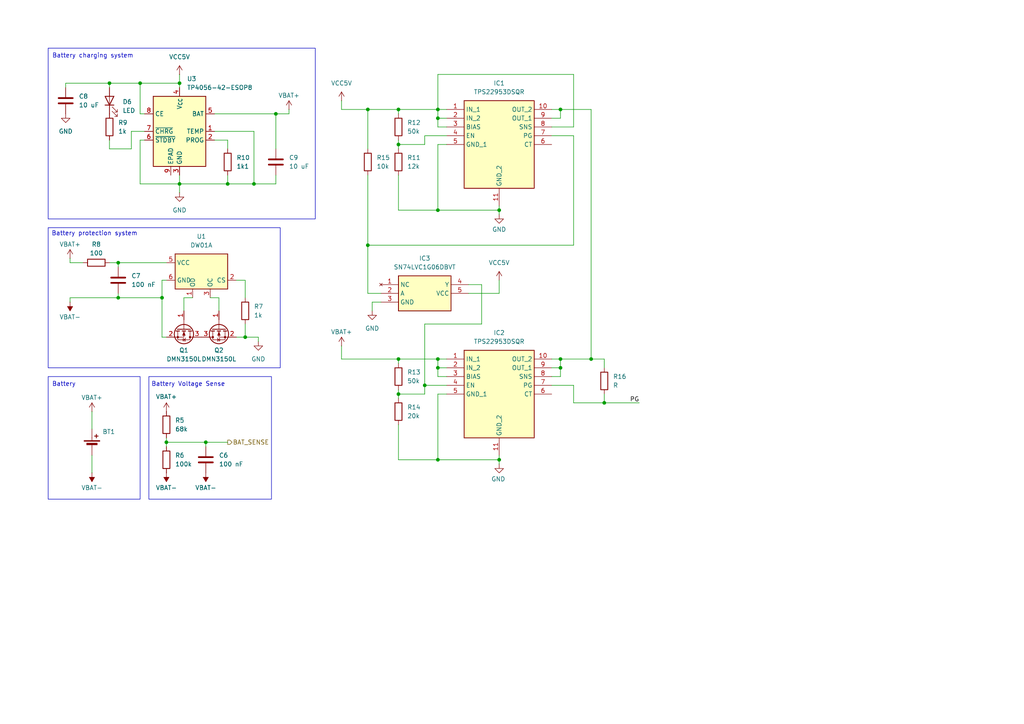
<source format=kicad_sch>
(kicad_sch (version 20250114) (generator "eeschema") (generator_version "9.0")
  (paper "A4")
  (title_block (title "ONYKS IoT ESP32 inv scanner") (date "Nov/Dec 2024") (rev "v1.0") (company "KN ONYKS") (comment 1 "Designer: Bartosz Mruk"))
  (lib_symbols
    (symbol "Battery_Management:DW01A"
      (property "Reference" "U" (at -6.604 6.35 0))
      (property "Value" "DW01A" (at 4.318 6.604 0))
      (symbol "DW01A_0_1"
        (pin power_in line (at -10.16 2.54 0) (length 2.54) (name "VCC") (number "5"))
        (pin power_in line (at -10.16 -2.54 0) (length 2.54) (name "GND") (number "6"))
        (pin output line (at -2.54 -7.62 90) (length 2.54) (name "OD") (number "1"))
        (pin output line (at 2.54 -7.62 90) (length 2.54) (name "OC") (number "3"))
        (pin input line (at 10.16 -2.54 180) (length 2.54) (name "CS") (number "2"))
      )
      (symbol "DW01A_1_1"
        (rectangle (start -7.62 5.08) (end 7.62 -5.08) (stroke (width 0.254)) (fill (type background)))
        (pin no_connect line (at 10.16 2.54 180) (length 2.54) (hide yes) (name "TD") (number "4"))
      )
    )
    (symbol "Battery_Management:TP4056-42-ESOP8"
      (property "Reference" "U" (at -6.604 11.684 0))
      (property "Value" "TP4056-42-ESOP8" (at 10.16 11.684 0))
      (symbol "TP4056-42-ESOP8_1_0"
        (pin input line (at -10.16 5.08 0) (length 2.54) (name "CE") (number "8"))
        (pin open_collector line (at -10.16 0 0) (length 2.54) (name "~{CHRG}") (number "7"))
        (pin open_collector line (at -10.16 -2.54 0) (length 2.54) (name "~{STDBY}") (number "6"))
        (pin passive line (at -2.54 -12.7 90) (length 2.54) (name "EPAD") (number "9"))
        (pin power_in line (at 0 12.7 270) (length 2.54) (name "V_{CC}") (number "4"))
        (pin power_in line (at 0 -12.7 90) (length 2.54) (name "GND") (number "3"))
        (pin power_out line (at 10.16 5.08 180) (length 2.54) (name "BAT") (number "5"))
        (pin input line (at 10.16 0 180) (length 2.54) (name "TEMP") (number "1"))
        (pin passive line (at 10.16 -2.54 180) (length 2.54) (name "PROG") (number "2"))
      )
      (symbol "TP4056-42-ESOP8_1_1"
        (rectangle (start -7.62 10.16) (end 7.62 -10.16) (stroke (width 0.254)) (fill (type background)))
      )
    )
    (symbol "Device:Battery_Cell" (pin_numbers (hide yes)) (pin_names (offset 0) (hide yes))
      (property "Reference" "BT" (at 2.54 2.54 0))
      (property "Value" "Battery_Cell" (at 2.54 0 0))
      (symbol "Battery_Cell_0_1"
        (rectangle (start -2.286 1.778) (end 2.286 1.524) (fill (type outline)))
        (rectangle (start -1.524 1.016) (end 1.524 0.508) (fill (type outline)))
        (polyline (pts (xy 0 1.778) (xy 0 2.54)))
        (polyline (pts (xy 0 0.762) (xy 0 0)))
        (polyline (pts (xy 0.762 3.048) (xy 1.778 3.048)) (stroke (width 0.254)))
        (polyline (pts (xy 1.27 3.556) (xy 1.27 2.54)) (stroke (width 0.254)))
      )
      (symbol "Battery_Cell_1_1"
        (pin passive line (at 0 5.08 270) (length 2.54) (name "+") (number "1"))
        (pin passive line (at 0 -2.54 90) (length 2.54) (name "-") (number "2"))
      )
    )
    (symbol "Device:C" (pin_numbers (hide yes)) (pin_names (offset 0.254))
      (property "Reference" "C" (at 0.635 2.54 0))
      (property "Value" "C" (at 0.635 -2.54 0))
      (symbol "C_0_1"
        (polyline (pts (xy -2.032 0.762) (xy 2.032 0.762)) (stroke (width 0.508)))
        (polyline (pts (xy -2.032 -0.762) (xy 2.032 -0.762)) (stroke (width 0.508)))
      )
      (symbol "C_1_1"
        (pin passive line (at 0 3.81 270) (length 2.794) (name "~") (number "1"))
        (pin passive line (at 0 -3.81 90) (length 2.794) (name "~") (number "2"))
      )
    )
    (symbol "Device:LED" (pin_numbers (hide yes)) (pin_names (offset 1.016) (hide yes))
      (property "Reference" "D" (at 0 2.54 0))
      (property "Value" "LED" (at 0 -2.54 0))
      (symbol "LED_0_1"
        (polyline (pts (xy -3.048 -0.762) (xy -4.572 -2.286) (xy -3.81 -2.286) (xy -4.572 -2.286) (xy -4.572 -1.524)))
        (polyline (pts (xy -1.778 -0.762) (xy -3.302 -2.286) (xy -2.54 -2.286) (xy -3.302 -2.286) (xy -3.302 -1.524)))
        (polyline (pts (xy -1.27 0) (xy 1.27 0)))
        (polyline (pts (xy -1.27 -1.27) (xy -1.27 1.27)) (stroke (width 0.254)))
        (polyline (pts (xy 1.27 -1.27) (xy 1.27 1.27) (xy -1.27 0) (xy 1.27 -1.27)) (stroke (width 0.254)))
      )
      (symbol "LED_1_1"
        (pin passive line (at -3.81 0 0) (length 2.54) (name "K") (number "1"))
        (pin passive line (at 3.81 0 180) (length 2.54) (name "A") (number "2"))
      )
    )
    (symbol "Device:R" (pin_numbers (hide yes)) (pin_names (offset 0))
      (property "Reference" "R" (at 2.032 0 90))
      (property "Value" "R" (at 0 0 90))
      (symbol "R_0_1"
        (rectangle (start -1.016 -2.54) (end 1.016 2.54) (stroke (width 0.254)))
      )
      (symbol "R_1_1"
        (pin passive line (at 0 3.81 270) (length 1.27) (name "~") (number "1"))
        (pin passive line (at 0 -3.81 90) (length 1.27) (name "~") (number "2"))
      )
    )
    (symbol "Samacsys:SN74LVC1G06DBVT"
      (property "Reference" "IC" (at 21.59 7.62 0))
      (property "Value" "SN74LVC1G06DBVT" (at 21.59 5.08 0))
      (symbol "SN74LVC1G06DBVT_1_1"
        (rectangle (start 5.08 2.54) (end 20.32 -7.62) (stroke (width 0.254)) (fill (type background)))
        (pin no_connect line (at 0 0 0) (length 5.08) (name "NC") (number "1"))
        (pin passive line (at 0 -2.54 0) (length 5.08) (name "A") (number "2"))
        (pin passive line (at 0 -5.08 0) (length 5.08) (name "GND") (number "3"))
        (pin passive line (at 25.4 0 180) (length 5.08) (name "Y") (number "4"))
        (pin passive line (at 25.4 -2.54 180) (length 5.08) (name "VCC") (number "5"))
      )
    )
    (symbol "Samacsys:TPS22953DSQR"
      (property "Reference" "IC" (at 26.67 7.62 0))
      (property "Value" "TPS22953DSQR" (at 26.67 5.08 0))
      (symbol "TPS22953DSQR_1_1"
        (rectangle (start 5.08 2.54) (end 25.4 -22.86) (stroke (width 0.254)) (fill (type background)))
        (pin passive line (at 0 0 0) (length 5.08) (name "IN_1") (number "1"))
        (pin passive line (at 0 -2.54 0) (length 5.08) (name "IN_2") (number "2"))
        (pin passive line (at 0 -5.08 0) (length 5.08) (name "BIAS") (number "3"))
        (pin passive line (at 0 -7.62 0) (length 5.08) (name "EN") (number "4"))
        (pin passive line (at 0 -10.16 0) (length 5.08) (name "GND_1") (number "5"))
        (pin passive line (at 15.24 -27.94 90) (length 5.08) (name "GND_2") (number "11"))
        (pin passive line (at 30.48 0 180) (length 5.08) (name "OUT_2") (number "10"))
        (pin passive line (at 30.48 -2.54 180) (length 5.08) (name "OUT_1") (number "9"))
        (pin passive line (at 30.48 -5.08 180) (length 5.08) (name "SNS") (number "8"))
        (pin passive line (at 30.48 -7.62 180) (length 5.08) (name "PG") (number "7"))
        (pin passive line (at 30.48 -10.16 180) (length 5.08) (name "CT") (number "6"))
      )
    )
    (symbol "Transistor_FET:DMN3150L" (pin_names (hide yes))
      (property "Reference" "Q" (at 5.08 1.905 0))
      (property "Value" "DMN3150L" (at 5.08 0 0))
      (symbol "DMN3150L_0_1"
        (polyline (pts (xy 0.254 1.905) (xy 0.254 -1.905)) (stroke (width 0.254)))
        (polyline (pts (xy 0.254 0) (xy -2.54 0)))
        (polyline (pts (xy 0.762 2.286) (xy 0.762 1.27)) (stroke (width 0.254)))
        (polyline (pts (xy 0.762 0.508) (xy 0.762 -0.508)) (stroke (width 0.254)))
        (polyline (pts (xy 0.762 -1.27) (xy 0.762 -2.286)) (stroke (width 0.254)))
        (polyline (pts (xy 0.762 -1.778) (xy 3.302 -1.778) (xy 3.302 1.778) (xy 0.762 1.778)))
        (polyline (pts (xy 1.016 0) (xy 2.032 0.381) (xy 2.032 -0.381) (xy 1.016 0)) (fill (type outline)))
        (circle (center 1.651 0) (radius 2.794) (stroke (width 0.254)))
        (polyline (pts (xy 2.54 2.54) (xy 2.54 1.778)))
        (circle (center 2.54 1.778) (radius 0.254) (fill (type outline)))
        (circle (center 2.54 -1.778) (radius 0.254) (fill (type outline)))
        (polyline (pts (xy 2.54 -2.54) (xy 2.54 0) (xy 0.762 0)))
        (polyline (pts (xy 2.794 0.508) (xy 2.921 0.381) (xy 3.683 0.381) (xy 3.81 0.254)))
        (polyline (pts (xy 3.302 0.381) (xy 2.921 -0.254) (xy 3.683 -0.254) (xy 3.302 0.381)))
      )
      (symbol "DMN3150L_1_1"
        (pin input line (at -5.08 0 0) (length 2.54) (name "G") (number "1"))
        (pin passive line (at 2.54 5.08 270) (length 2.54) (name "D") (number "3"))
        (pin passive line (at 2.54 -5.08 90) (length 2.54) (name "S") (number "2"))
      )
    )
    (symbol "power:GND" (power) (pin_numbers (hide yes)) (pin_names (offset 0) (hide yes))
      (property "Value" "GND" (at 0 -3.81 0))
      (symbol "GND_0_1"
        (polyline (pts (xy 0 0) (xy 0 -1.27) (xy 1.27 -1.27) (xy 0 -2.54) (xy -1.27 -1.27) (xy 0 -1.27)))
      )
      (symbol "GND_1_1"
        (pin power_in line (at 0 0 270) (length 0) (name "~") (number "1"))
      )
    )
    (symbol "power:VCC" (power) (pin_numbers (hide yes)) (pin_names (offset 0) (hide yes))
      (property "Value" "VCC" (at 0 3.556 0))
      (symbol "VCC_0_1"
        (polyline (pts (xy -0.762 1.27) (xy 0 2.54)))
        (polyline (pts (xy 0 2.54) (xy 0.762 1.27)))
        (polyline (pts (xy 0 0) (xy 0 2.54)))
      )
      (symbol "VCC_1_1"
        (pin power_in line (at 0 0 90) (length 0) (name "~") (number "1"))
      )
    )
    (symbol "power:VEE" (power) (pin_numbers (hide yes)) (pin_names (offset 0) (hide yes))
      (property "Value" "VEE" (at 0 3.556 0))
      (symbol "VEE_0_1"
        (polyline (pts (xy 0 0) (xy 0 2.54)))
        (polyline (pts (xy 0.762 1.27) (xy -0.762 1.27) (xy 0 2.54) (xy 0.762 1.27)) (fill (type outline)))
      )
      (symbol "VEE_1_1"
        (pin power_in line (at 0 0 90) (length 0) (name "~") (number "1"))
      )
    )
  )
  (rectangle (start 13.97 66.04) (end 81.28 106.68))
  (rectangle (start 13.97 13.97) (end 91.44 63.5))
  (rectangle (start 43.18 109.22) (end 78.74 144.78))
  (rectangle (start 13.97 109.22) (end 40.64 144.78))
  (text "Battery protection system" (at 27.432 67.818 0) (effects (font (size 1.27 1.27))))
  (text "Battery Voltage Sense" (at 54.61 111.506 0) (effects (font (size 1.27 1.27))))
  (text "Battery" (at 18.542 111.506 0) (effects (font (size 1.27 1.27))))
  (text "Battery charging system" (at 26.924 16.256 0) (effects (font (size 1.27 1.27))))
  (junction (at 40.64 24.13))
  (junction (at 66.04 53.34))
  (junction (at 34.29 86.36))
  (junction (at 31.75 24.13))
  (junction (at 80.01 33.02))
  (junction (at 106.68 31.75))
  (junction (at 115.57 41.91))
  (junction (at 127 133.35))
  (junction (at 175.26 116.84))
  (junction (at 73.66 53.34))
  (junction (at 162.56 106.68))
  (junction (at 171.45 104.14))
  (junction (at 71.12 97.79))
  (junction (at 127 104.14))
  (junction (at 46.99 86.36))
  (junction (at 34.29 76.2))
  (junction (at 123.19 111.76))
  (junction (at 59.69 128.27))
  (junction (at 115.57 31.75))
  (junction (at 48.26 128.27))
  (junction (at 127 31.75))
  (junction (at 52.07 24.13))
  (junction (at 127 34.29))
  (junction (at 115.57 104.14))
  (junction (at 127 60.96))
  (junction (at 144.78 133.35))
  (junction (at 162.56 31.75))
  (junction (at 127 106.68))
  (junction (at 115.57 114.3))
  (junction (at 106.68 71.12))
  (junction (at 52.07 53.34))
  (junction (at 162.56 104.14))
  (junction (at 144.78 60.96))
  (wire (pts (xy 127 106.68) (xy 127 109.22)))
  (wire (pts (xy 52.07 50.8) (xy 52.07 53.34)))
  (wire (pts (xy 26.67 119.38) (xy 26.67 124.46)))
  (wire (pts (xy 166.37 21.59) (xy 127 21.59)))
  (wire (pts (xy 175.26 104.14) (xy 171.45 104.14)))
  (wire (pts (xy 123.19 114.3) (xy 115.57 114.3)))
  (wire (pts (xy 62.23 33.02) (xy 80.01 33.02)))
  (wire (pts (xy 175.26 116.84) (xy 175.26 114.3)))
  (wire (pts (xy 41.91 33.02) (xy 40.64 33.02)))
  (wire (pts (xy 110.49 87.63) (xy 107.95 87.63)))
  (wire (pts (xy 160.02 39.37) (xy 166.37 39.37)))
  (wire (pts (xy 115.57 41.91) (xy 115.57 43.18)))
  (wire (pts (xy 115.57 31.75) (xy 127 31.75)))
  (wire (pts (xy 171.45 31.75) (xy 162.56 31.75)))
  (wire (pts (xy 41.91 40.64) (xy 40.64 40.64)))
  (wire (pts (xy 48.26 128.27) (xy 48.26 129.54)))
  (wire (pts (xy 106.68 71.12) (xy 106.68 50.8)))
  (wire (pts (xy 115.57 31.75) (xy 115.57 33.02)))
  (wire (pts (xy 31.75 76.2) (xy 34.29 76.2)))
  (wire (pts (xy 34.29 77.47) (xy 34.29 76.2)))
  (wire (pts (xy 66.04 43.18) (xy 66.04 40.64)))
  (wire (pts (xy 48.26 81.28) (xy 46.99 81.28)))
  (wire (pts (xy 38.1 43.18) (xy 31.75 43.18)))
  (wire (pts (xy 127 31.75) (xy 127 34.29)))
  (wire (pts (xy 80.01 43.18) (xy 80.01 33.02)))
  (wire (pts (xy 26.67 132.08) (xy 26.67 137.16)))
  (wire (pts (xy 115.57 104.14) (xy 127 104.14)))
  (wire (pts (xy 115.57 113.03) (xy 115.57 114.3)))
  (wire (pts (xy 144.78 60.96) (xy 144.78 62.23)))
  (wire (pts (xy 19.05 25.4) (xy 19.05 24.13)))
  (wire (pts (xy 127 106.68) (xy 129.54 106.68)))
  (wire (pts (xy 115.57 40.64) (xy 115.57 41.91)))
  (wire (pts (xy 123.19 39.37) (xy 123.19 41.91)))
  (wire (pts (xy 115.57 123.19) (xy 115.57 133.35)))
  (wire (pts (xy 135.89 85.09) (xy 144.78 85.09)))
  (wire (pts (xy 160.02 111.76) (xy 166.37 111.76)))
  (wire (pts (xy 127 34.29) (xy 127 36.83)))
  (wire (pts (xy 59.69 129.54) (xy 59.69 128.27)))
  (wire (pts (xy 162.56 104.14) (xy 160.02 104.14)))
  (wire (pts (xy 73.66 38.1) (xy 73.66 53.34)))
  (wire (pts (xy 71.12 86.36) (xy 71.12 81.28)))
  (wire (pts (xy 38.1 38.1) (xy 38.1 43.18)))
  (wire (pts (xy 175.26 116.84) (xy 185.42 116.84)))
  (wire (pts (xy 115.57 60.96) (xy 127 60.96)))
  (wire (pts (xy 144.78 132.08) (xy 144.78 133.35)))
  (wire (pts (xy 160.02 109.22) (xy 162.56 109.22)))
  (wire (pts (xy 59.69 128.27) (xy 66.04 128.27)))
  (wire (pts (xy 31.75 24.13) (xy 31.75 25.4)))
  (wire (pts (xy 127 109.22) (xy 129.54 109.22)))
  (wire (pts (xy 20.32 86.36) (xy 34.29 86.36)))
  (wire (pts (xy 166.37 71.12) (xy 106.68 71.12)))
  (wire (pts (xy 53.34 90.17) (xy 53.34 86.36)))
  (wire (pts (xy 139.7 82.55) (xy 139.7 93.98)))
  (wire (pts (xy 34.29 76.2) (xy 48.26 76.2)))
  (wire (pts (xy 166.37 39.37) (xy 166.37 71.12)))
  (wire (pts (xy 115.57 133.35) (xy 127 133.35)))
  (wire (pts (xy 74.93 97.79) (xy 74.93 99.06)))
  (wire (pts (xy 127 114.3) (xy 127 133.35)))
  (wire (pts (xy 80.01 50.8) (xy 80.01 53.34)))
  (wire (pts (xy 127 21.59) (xy 127 31.75)))
  (wire (pts (xy 115.57 50.8) (xy 115.57 60.96)))
  (wire (pts (xy 63.5 86.36) (xy 60.96 86.36)))
  (wire (pts (xy 83.82 31.75) (xy 83.82 33.02)))
  (wire (pts (xy 80.01 33.02) (xy 83.82 33.02)))
  (wire (pts (xy 19.05 24.13) (xy 31.75 24.13)))
  (wire (pts (xy 31.75 43.18) (xy 31.75 40.64)))
  (wire (pts (xy 66.04 50.8) (xy 66.04 53.34)))
  (wire (pts (xy 99.06 100.33) (xy 99.06 104.14)))
  (wire (pts (xy 110.49 85.09) (xy 106.68 85.09)))
  (wire (pts (xy 115.57 104.14) (xy 115.57 105.41)))
  (wire (pts (xy 166.37 111.76) (xy 166.37 116.84)))
  (wire (pts (xy 20.32 87.63) (xy 20.32 86.36)))
  (wire (pts (xy 144.78 59.69) (xy 144.78 60.96)))
  (wire (pts (xy 162.56 34.29) (xy 162.56 31.75)))
  (wire (pts (xy 73.66 53.34) (xy 66.04 53.34)))
  (wire (pts (xy 34.29 86.36) (xy 34.29 85.09)))
  (wire (pts (xy 106.68 31.75) (xy 106.68 43.18)))
  (wire (pts (xy 162.56 104.14) (xy 171.45 104.14)))
  (wire (pts (xy 129.54 31.75) (xy 127 31.75)))
  (wire (pts (xy 40.64 40.64) (xy 40.64 53.34)))
  (wire (pts (xy 162.56 109.22) (xy 162.56 106.68)))
  (wire (pts (xy 40.64 24.13) (xy 40.64 33.02)))
  (wire (pts (xy 46.99 86.36) (xy 34.29 86.36)))
  (wire (pts (xy 71.12 97.79) (xy 68.58 97.79)))
  (wire (pts (xy 46.99 97.79) (xy 46.99 86.36)))
  (wire (pts (xy 106.68 31.75) (xy 115.57 31.75)))
  (wire (pts (xy 160.02 31.75) (xy 162.56 31.75)))
  (wire (pts (xy 129.54 104.14) (xy 127 104.14)))
  (wire (pts (xy 127 133.35) (xy 144.78 133.35)))
  (wire (pts (xy 123.19 41.91) (xy 115.57 41.91)))
  (wire (pts (xy 135.89 82.55) (xy 139.7 82.55)))
  (wire (pts (xy 123.19 93.98) (xy 123.19 111.76)))
  (wire (pts (xy 48.26 97.79) (xy 46.99 97.79)))
  (wire (pts (xy 129.54 41.91) (xy 127 41.91)))
  (wire (pts (xy 41.91 38.1) (xy 38.1 38.1)))
  (wire (pts (xy 160.02 34.29) (xy 162.56 34.29)))
  (wire (pts (xy 40.64 24.13) (xy 52.07 24.13)))
  (wire (pts (xy 71.12 81.28) (xy 68.58 81.28)))
  (wire (pts (xy 24.13 76.2) (xy 20.32 76.2)))
  (wire (pts (xy 20.32 76.2) (xy 20.32 74.93)))
  (wire (pts (xy 166.37 36.83) (xy 166.37 21.59)))
  (wire (pts (xy 40.64 53.34) (xy 52.07 53.34)))
  (wire (pts (xy 127 60.96) (xy 144.78 60.96)))
  (wire (pts (xy 31.75 24.13) (xy 40.64 24.13)))
  (wire (pts (xy 53.34 86.36) (xy 55.88 86.36)))
  (wire (pts (xy 171.45 104.14) (xy 171.45 31.75)))
  (wire (pts (xy 66.04 40.64) (xy 62.23 40.64)))
  (wire (pts (xy 99.06 29.21) (xy 99.06 31.75)))
  (wire (pts (xy 127 104.14) (xy 127 106.68)))
  (wire (pts (xy 52.07 53.34) (xy 52.07 55.88)))
  (wire (pts (xy 52.07 53.34) (xy 66.04 53.34)))
  (wire (pts (xy 46.99 81.28) (xy 46.99 86.36)))
  (wire (pts (xy 62.23 38.1) (xy 73.66 38.1)))
  (wire (pts (xy 162.56 106.68) (xy 162.56 104.14)))
  (wire (pts (xy 166.37 116.84) (xy 175.26 116.84)))
  (wire (pts (xy 106.68 85.09) (xy 106.68 71.12)))
  (wire (pts (xy 139.7 93.98) (xy 123.19 93.98)))
  (wire (pts (xy 129.54 111.76) (xy 123.19 111.76)))
  (wire (pts (xy 123.19 111.76) (xy 123.19 114.3)))
  (wire (pts (xy 52.07 21.59) (xy 52.07 24.13)))
  (wire (pts (xy 127 36.83) (xy 129.54 36.83)))
  (wire (pts (xy 48.26 127) (xy 48.26 128.27)))
  (wire (pts (xy 80.01 53.34) (xy 73.66 53.34)))
  (wire (pts (xy 71.12 97.79) (xy 74.93 97.79)))
  (wire (pts (xy 127 34.29) (xy 129.54 34.29)))
  (wire (pts (xy 160.02 36.83) (xy 166.37 36.83)))
  (wire (pts (xy 127 41.91) (xy 127 60.96)))
  (wire (pts (xy 71.12 93.98) (xy 71.12 97.79)))
  (wire (pts (xy 160.02 106.68) (xy 162.56 106.68)))
  (wire (pts (xy 48.26 128.27) (xy 59.69 128.27)))
  (wire (pts (xy 52.07 24.13) (xy 52.07 25.4)))
  (wire (pts (xy 115.57 114.3) (xy 115.57 115.57)))
  (wire (pts (xy 99.06 104.14) (xy 115.57 104.14)))
  (wire (pts (xy 107.95 87.63) (xy 107.95 90.17)))
  (wire (pts (xy 99.06 31.75) (xy 106.68 31.75)))
  (wire (pts (xy 129.54 114.3) (xy 127 114.3)))
  (wire (pts (xy 144.78 85.09) (xy 144.78 81.28)))
  (wire (pts (xy 63.5 90.17) (xy 63.5 86.36)))
  (wire (pts (xy 144.78 133.35) (xy 144.78 134.62)))
  (wire (pts (xy 129.54 39.37) (xy 123.19 39.37)))
  (wire (pts (xy 175.26 106.68) (xy 175.26 104.14)))
  (label "PG" (at 185.42 116.84 180))
  (hierarchical_label "BAT_SENSE" (shape output) (at 66.04 128.27 0))
  (symbol (lib_id "Samacsys:SN74LVC1G06DBVT") (at 110.49 82.55 0) (unit 1)
    (property "Reference" "IC3" (at 123.19 74.93 0))
    (property "Value" "SN74LVC1G06DBVT" (at 123.19 77.47 0))
    (property "Footprint" "Samacsys:SOT95P280X145-5N" (effects (hide yes)))
    (property "Datasheet" "http://www.ti.com/lit/gpn/SN74LVC1G06" (effects (hide yes)))
    (property "Description" "Texas Instruments SN74LVC1G06DBVT Buffer & Line Driver, Open Drain, Inverting, 1.65-5.5V, 5-Pin SOT-23" (effects (hide yes)))
    (property "Height" "1.45" (effects (hide yes)))
    (property "Mouser Part Number" "595-SN74LVC1G06DBVT" (effects (hide yes)))
    (property "Mouser Price/Stock" "https://www.mouser.co.uk/ProductDetail/Texas-Instruments/SN74LVC1G06DBVT?qs=pajgIaoyDUhLHWFg0A3vzA%3D%3D" (effects (hide yes)))
    (property "Manufacturer_Name" "Texas Instruments" (effects (hide yes)))
    (property "Manufacturer_Part_Number" "SN74LVC1G06DBVT" (effects (hide yes)))
  )
  (symbol (lib_id "Device:R") (at 115.57 109.22 0) (unit 1)
    (property "Reference" "R13" (at 118.11 107.9499 0) (effects (justify left)))
    (property "Value" "50k" (at 118.11 110.4899 0) (effects (justify left)))
    (property "Description" "Resistor" (effects (hide yes)))
  )
  (symbol (lib_id "power:VCC") (at 144.78 81.28 0) (unit 1)
    (property "Reference" "#PWR031" (effects (hide yes)))
    (property "Value" "VCC5V" (at 144.78 76.2 0))
    (property "Description" "Power symbol creates a global label with name \"VCC\"" (effects (hide yes)))
  )
  (symbol (lib_id "power:GND") (at 144.78 134.62 0) (unit 1)
    (property "Reference" "#PWR026" (effects (hide yes)))
    (property "Value" "GND" (at 144.526 138.938 0))
    (property "Description" "Power symbol creates a global label with name \"GND\" , ground" (effects (hide yes)))
  )
  (symbol (lib_id "power:VCC") (at 26.67 119.38 0) (unit 1)
    (property "Reference" "#PWR015" (effects (hide yes)))
    (property "Value" "VBAT+" (at 26.67 115.316 0))
    (property "Description" "Power symbol creates a global label with name \"VCC\"" (effects (hide yes)))
  )
  (symbol (lib_id "Samacsys:TPS22953DSQR") (at 129.54 31.75 0) (unit 1)
    (property "Reference" "IC1" (at 144.78 24.13 0))
    (property "Value" "TPS22953DSQR" (at 144.78 26.67 0))
    (property "Footprint" "Samacsys:SON40P200X200X80-11N" (effects (hide yes)))
    (property "Datasheet" "http://www.ti.com/lit/gpn/tps22953" (effects (hide yes)))
    (property "Description" "5.7V, 5A, 14m Load Switch with Voltage Monitoring and Reverse Current Protection" (effects (hide yes)))
    (property "Height" "0.8" (effects (hide yes)))
    (property "Mouser Part Number" "595-TPS22953DSQR" (effects (hide yes)))
    (property "Mouser Price/Stock" "https://www.mouser.co.uk/ProductDetail/Texas-Instruments/TPS22953DSQR?qs=lGsJEpdjMw3By0yQoF%252B7vQ%3D%3D" (effects (hide yes)))
    (property "Manufacturer_Name" "Texas Instruments" (effects (hide yes)))
    (property "Manufacturer_Part_Number" "TPS22953DSQR" (effects (hide yes)))
  )
  (symbol (lib_id "power:VCC") (at 20.32 74.93 0) (unit 1)
    (property "Reference" "#PWR020" (effects (hide yes)))
    (property "Value" "VBAT+" (at 20.32 70.866 0))
    (property "Description" "Power symbol creates a global label with name \"VCC\"" (effects (hide yes)))
  )
  (symbol (lib_id "Device:R") (at 106.68 46.99 0) (unit 1)
    (property "Reference" "R15" (at 109.22 45.7199 0) (effects (justify left)))
    (property "Value" "10k" (at 109.22 48.2599 0) (effects (justify left)))
    (property "Description" "Resistor" (effects (hide yes)))
  )
  (symbol (lib_id "Transistor_FET:DMN3150L") (at 53.34 95.25 270) (unit 1)
    (property "Reference" "Q1" (at 53.34 101.6 90))
    (property "Value" "DMN3150L" (at 53.34 104.14 90))
    (property "Footprint" "Package_TO_SOT_SMD:SOT-23" (effects (hide yes)))
    (property "Datasheet" "http://www.diodes.com/assets/Datasheets/ds31126.pdf" (effects (hide yes)))
    (property "Description" "3.8A Id, 30V Vds, N-Channel MOSFET, SOT-23" (effects (hide yes)))
  )
  (symbol (lib_id "power:VCC") (at 83.82 31.75 0) (unit 1)
    (property "Reference" "#PWR025" (effects (hide yes)))
    (property "Value" "VBAT+" (at 83.82 27.686 0))
    (property "Description" "Power symbol creates a global label with name \"VCC\"" (effects (hide yes)))
  )
  (symbol (lib_id "power:GND") (at 74.93 99.06 0) (unit 1)
    (property "Reference" "#PWR019" (effects (hide yes)))
    (property "Value" "GND" (at 74.93 104.14 0))
    (property "Description" "Power symbol creates a global label with name \"GND\" , ground" (effects (hide yes)))
  )
  (symbol (lib_id "power:GND") (at 19.05 33.02 0) (unit 1)
    (property "Reference" "#PWR023" (effects (hide yes)))
    (property "Value" "GND" (at 19.05 38.1 0))
    (property "Description" "Power symbol creates a global label with name \"GND\" , ground" (effects (hide yes)))
  )
  (symbol (lib_id "Device:R") (at 115.57 119.38 0) (unit 1)
    (property "Reference" "R14" (at 118.11 118.1099 0) (effects (justify left)))
    (property "Value" "20k" (at 118.11 120.6499 0) (effects (justify left)))
    (property "Description" "Resistor" (effects (hide yes)))
  )
  (symbol (lib_id "Device:R") (at 48.26 133.35 0) (unit 1)
    (property "Reference" "R6" (at 50.8 132.0799 0) (effects (justify left)))
    (property "Value" "100k" (at 50.8 134.6199 0) (effects (justify left)))
    (property "Description" "Resistor" (effects (hide yes)))
  )
  (symbol (lib_id "power:VCC") (at 99.06 29.21 0) (unit 1)
    (property "Reference" "#PWR028" (effects (hide yes)))
    (property "Value" "VCC5V" (at 99.06 24.13 0))
    (property "Description" "Power symbol creates a global label with name \"VCC\"" (effects (hide yes)))
  )
  (symbol (lib_id "Device:R") (at 71.12 90.17 0) (unit 1)
    (property "Reference" "R7" (at 73.66 88.8999 0) (effects (justify left)))
    (property "Value" "1k" (at 73.66 91.4399 0) (effects (justify left)))
    (property "Description" "Resistor" (effects (hide yes)))
  )
  (symbol (lib_id "Device:R") (at 66.04 46.99 0) (unit 1)
    (property "Reference" "R10" (at 68.58 45.7199 0) (effects (justify left)))
    (property "Value" "1k1" (at 68.58 48.2599 0) (effects (justify left)))
    (property "Description" "Resistor" (effects (hide yes)))
  )
  (symbol (lib_id "Device:C") (at 59.69 133.35 0) (unit 1)
    (property "Reference" "C6" (at 63.5 132.0799 0) (effects (justify left)))
    (property "Value" "100 nF" (at 63.5 134.6199 0) (effects (justify left)))
    (property "Description" "Unpolarized capacitor" (effects (hide yes)))
  )
  (symbol (lib_id "Device:C") (at 19.05 29.21 0) (unit 1)
    (property "Reference" "C8" (at 22.86 27.9399 0) (effects (justify left)))
    (property "Value" "10 uF" (at 22.86 30.4799 0) (effects (justify left)))
    (property "Description" "Unpolarized capacitor" (effects (hide yes)))
  )
  (symbol (lib_id "Device:R") (at 175.26 110.49 0) (unit 1)
    (property "Reference" "R16" (at 177.8 109.2199 0) (effects (justify left)))
    (property "Value" "R" (at 177.8 111.7599 0) (effects (justify left)))
    (property "Description" "Resistor" (effects (hide yes)))
  )
  (symbol (lib_id "power:VCC") (at 48.26 119.38 0) (unit 1)
    (property "Reference" "#PWR016" (effects (hide yes)))
    (property "Value" "VBAT+" (at 48.26 115.062 0))
    (property "Description" "Power symbol creates a global label with name \"VCC\"" (effects (hide yes)))
  )
  (symbol (lib_id "Device:Battery_Cell") (at 26.67 129.54 0) (unit 1)
    (property "Reference" "BT1" (at 29.718 125.222 0) (effects (justify left)))
    (property "Value" "Battery_Cell" (effects (hide yes)))
    (property "Description" "Single-cell battery" (effects (hide yes)))
  )
  (symbol (lib_id "Battery_Management:DW01A") (at 58.42 78.74 0) (unit 1)
    (property "Reference" "U1" (at 58.42 68.58 0))
    (property "Value" "DW01A" (at 58.42 71.12 0))
    (property "Footprint" "Package_TO_SOT_SMD:SOT-23-6" (effects (hide yes)))
    (property "Datasheet" "https://hmsemi.com/downfile/DW01A.PDF" (effects (hide yes)))
    (property "Description" "Overcharge, overcurrent and overdischarge protection IC for single cell lithium-ion/polymer battery" (effects (hide yes)))
  )
  (symbol (lib_id "power:VEE") (at 20.32 87.63 180) (unit 1)
    (property "Reference" "#PWR021" (effects (hide yes)))
    (property "Value" "VBAT-" (at 20.32 91.948 0))
    (property "Description" "Power symbol creates a global label with name \"VEE\"" (effects (hide yes)))
  )
  (symbol (lib_id "Device:LED") (at 31.75 29.21 90) (unit 1)
    (property "Reference" "D6" (at 35.56 29.5274 90) (effects (justify right)))
    (property "Value" "LED" (at 35.56 32.0674 90) (effects (justify right)))
    (property "Description" "Light emitting diode" (effects (hide yes)))
    (property "Sim.Pins" "1=K 2=A" (effects (hide yes)))
  )
  (symbol (lib_id "Device:R") (at 115.57 36.83 0) (unit 1)
    (property "Reference" "R12" (at 118.11 35.5599 0) (effects (justify left)))
    (property "Value" "50k" (at 118.11 38.0999 0) (effects (justify left)))
    (property "Description" "Resistor" (effects (hide yes)))
  )
  (symbol (lib_id "Device:C") (at 80.01 46.99 0) (unit 1)
    (property "Reference" "C9" (at 83.82 45.7199 0) (effects (justify left)))
    (property "Value" "10 uF" (at 83.82 48.2599 0) (effects (justify left)))
    (property "Description" "Unpolarized capacitor" (effects (hide yes)))
  )
  (symbol (lib_id "power:VEE") (at 59.69 137.16 180) (unit 1)
    (property "Reference" "#PWR018" (effects (hide yes)))
    (property "Value" "VBAT-" (at 59.69 141.478 0))
    (property "Description" "Power symbol creates a global label with name \"VEE\"" (effects (hide yes)))
  )
  (symbol (lib_id "power:GND") (at 107.95 90.17 0) (unit 1)
    (property "Reference" "#PWR030" (effects (hide yes)))
    (property "Value" "GND" (at 107.95 95.25 0))
    (property "Description" "Power symbol creates a global label with name \"GND\" , ground" (effects (hide yes)))
  )
  (symbol (lib_id "Device:R") (at 115.57 46.99 0) (unit 1)
    (property "Reference" "R11" (at 118.11 45.7199 0) (effects (justify left)))
    (property "Value" "12k" (at 118.11 48.2599 0) (effects (justify left)))
    (property "Description" "Resistor" (effects (hide yes)))
  )
  (symbol (lib_id "power:VEE") (at 48.26 137.16 180) (unit 1)
    (property "Reference" "#PWR017" (effects (hide yes)))
    (property "Value" "VBAT-" (at 48.26 141.478 0))
    (property "Description" "Power symbol creates a global label with name \"VEE\"" (effects (hide yes)))
  )
  (symbol (lib_id "power:VCC") (at 99.06 100.33 0) (unit 1)
    (property "Reference" "#PWR029" (effects (hide yes)))
    (property "Value" "VBAT+" (at 99.06 96.266 0))
    (property "Description" "Power symbol creates a global label with name \"VCC\"" (effects (hide yes)))
  )
  (symbol (lib_id "Battery_Management:TP4056-42-ESOP8") (at 52.07 38.1 0) (unit 1)
    (property "Reference" "U3" (at 54.2133 22.86 0) (effects (justify left)))
    (property "Value" "TP4056-42-ESOP8" (at 54.2133 25.4 0) (effects (justify left)))
    (property "Footprint" "Package_SO:SOIC-8-1EP_3.9x4.9mm_P1.27mm_EP2.41x3.3mm_ThermalVias" (effects (hide yes)))
    (property "Datasheet" "https://www.lcsc.com/datasheet/lcsc_datasheet_2410121619_TOPPOWER-Nanjing-Extension-Microelectronics-TP4056-42-ESOP8_C16581.pdf" (effects (hide yes)))
    (property "Description" "1A Standalone Linear Li-ion/LiPo single-cell battery charger, 4.2V ±1% charge voltage, VCC = 4.0..8.0V, SOIC-8 (SOP-8)" (effects (hide yes)))
  )
  (symbol (lib_id "power:GND") (at 52.07 55.88 0) (unit 1)
    (property "Reference" "#PWR024" (effects (hide yes)))
    (property "Value" "GND" (at 52.07 60.96 0))
    (property "Description" "Power symbol creates a global label with name \"GND\" , ground" (effects (hide yes)))
  )
  (symbol (lib_id "Transistor_FET:DMN3150L") (at 63.5 95.25 90) (mirror x) (unit 1)
    (property "Reference" "Q2" (at 63.5 101.6 90))
    (property "Value" "DMN3150L" (at 63.5 104.14 90))
    (property "Footprint" "Package_TO_SOT_SMD:SOT-23" (effects (hide yes)))
    (property "Datasheet" "http://www.diodes.com/assets/Datasheets/ds31126.pdf" (effects (hide yes)))
    (property "Description" "3.8A Id, 30V Vds, N-Channel MOSFET, SOT-23" (effects (hide yes)))
  )
  (symbol (lib_id "power:VCC") (at 52.07 21.59 0) (unit 1)
    (property "Reference" "#PWR022" (effects (hide yes)))
    (property "Value" "VCC5V" (at 52.07 16.51 0))
    (property "Description" "Power symbol creates a global label with name \"VCC\"" (effects (hide yes)))
  )
  (symbol (lib_id "Device:C") (at 34.29 81.28 0) (unit 1)
    (property "Reference" "C7" (at 38.1 80.0099 0) (effects (justify left)))
    (property "Value" "100 nF" (at 38.1 82.5499 0) (effects (justify left)))
    (property "Description" "Unpolarized capacitor" (effects (hide yes)))
  )
  (symbol (lib_id "power:VEE") (at 26.67 137.16 180) (unit 1)
    (property "Reference" "#PWR014" (effects (hide yes)))
    (property "Value" "VBAT-" (at 26.67 141.478 0))
    (property "Description" "Power symbol creates a global label with name \"VEE\"" (effects (hide yes)))
  )
  (symbol (lib_id "power:GND") (at 144.78 62.23 0) (unit 1)
    (property "Reference" "#PWR027" (effects (hide yes)))
    (property "Value" "GND" (at 144.78 66.548 0))
    (property "Description" "Power symbol creates a global label with name \"GND\" , ground" (effects (hide yes)))
  )
  (symbol (lib_id "Device:R") (at 48.26 123.19 0) (unit 1)
    (property "Reference" "R5" (at 50.8 121.9199 0) (effects (justify left)))
    (property "Value" "68k" (at 50.8 124.4599 0) (effects (justify left)))
    (property "Description" "Resistor" (effects (hide yes)))
  )
  (symbol (lib_id "Samacsys:TPS22953DSQR") (at 129.54 104.14 0) (unit 1)
    (property "Reference" "IC2" (at 144.78 96.52 0))
    (property "Value" "TPS22953DSQR" (at 144.78 99.06 0))
    (property "Footprint" "Samacsys:SON40P200X200X80-11N" (effects (hide yes)))
    (property "Datasheet" "http://www.ti.com/lit/gpn/tps22953" (effects (hide yes)))
    (property "Description" "5.7V, 5A, 14m Load Switch with Voltage Monitoring and Reverse Current Protection" (effects (hide yes)))
    (property "Height" "0.8" (effects (hide yes)))
    (property "Mouser Part Number" "595-TPS22953DSQR" (effects (hide yes)))
    (property "Mouser Price/Stock" "https://www.mouser.co.uk/ProductDetail/Texas-Instruments/TPS22953DSQR?qs=lGsJEpdjMw3By0yQoF%252B7vQ%3D%3D" (effects (hide yes)))
    (property "Manufacturer_Name" "Texas Instruments" (effects (hide yes)))
    (property "Manufacturer_Part_Number" "TPS22953DSQR" (effects (hide yes)))
  )
  (symbol (lib_id "Device:R") (at 27.94 76.2 90) (unit 1)
    (property "Reference" "R8" (at 27.94 70.866 90))
    (property "Value" "100" (at 27.94 73.406 90))
    (property "Description" "Resistor" (effects (hide yes)))
  )
  (symbol (lib_id "Device:R") (at 31.75 36.83 0) (unit 1)
    (property "Reference" "R9" (at 34.29 35.5599 0) (effects (justify left)))
    (property "Value" "1k" (at 34.29 38.0999 0) (effects (justify left)))
    (property "Description" "Resistor" (effects (hide yes)))
  )
)
</source>
